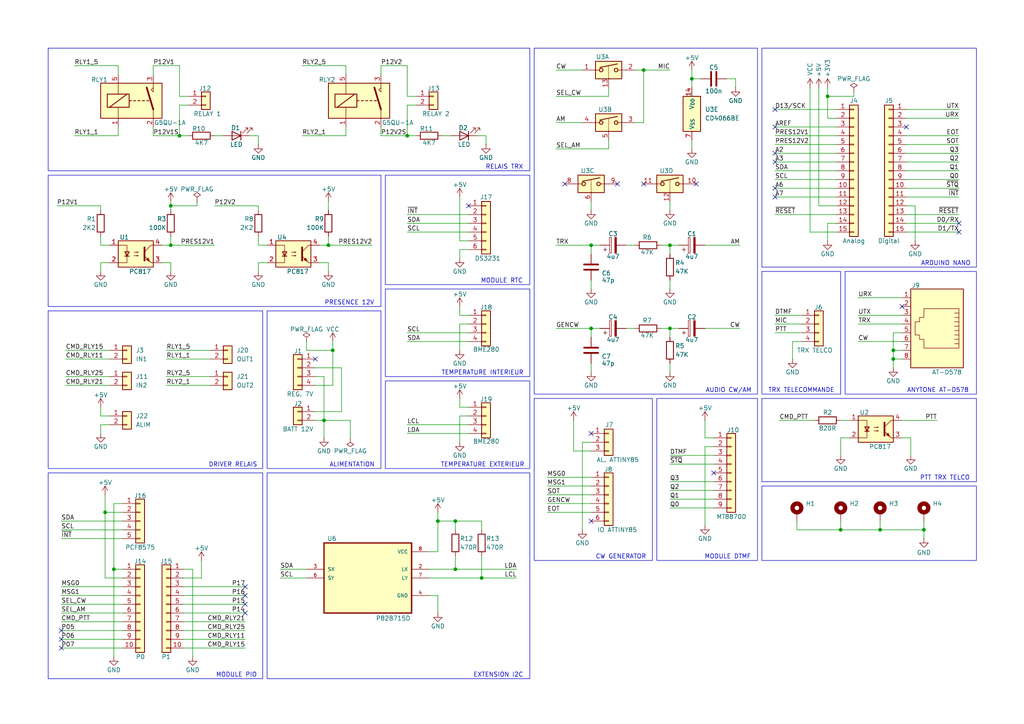
<source format=kicad_sch>
(kicad_sch (version 20250114) (generator "eeschema") (generator_version "9.0")
  (paper "A4")
  (title_block (title "Interface DTMF Remote AT-D578") (date "2025-09-17") (rev "1B") (company "F1ZIC - Nicolas F4ISE"))
  (rectangle (start 111.76 110.49) (end 153.67 135.89))
  (rectangle (start 154.94 115.57) (end 189.23 162.56))
  (rectangle (start 154.94 13.97) (end 219.71 114.3))
  (rectangle (start 13.97 90.17) (end 76.2 135.89))
  (rectangle (start 245.11 78.74) (end 283.21 114.3))
  (rectangle (start 111.76 50.8) (end 153.67 82.55))
  (rectangle (start 220.98 13.97) (end 283.21 77.47))
  (rectangle (start 111.76 83.82) (end 153.67 109.22))
  (rectangle (start 13.97 137.16) (end 76.2 196.85))
  (rectangle (start 190.5 115.57) (end 219.71 162.56))
  (rectangle (start 77.47 137.16) (end 153.67 196.85))
  (rectangle (start 220.98 140.97) (end 283.21 162.56))
  (rectangle (start 77.47 90.17) (end 110.49 135.89))
  (rectangle (start 13.97 50.8) (end 110.49 88.9))
  (rectangle (start 13.97 13.97) (end 153.67 49.53))
  (rectangle (start 220.98 115.57) (end 283.21 139.7))
  (rectangle (start 220.98 78.74) (end 243.84 114.3))
  (text "ALIMENTATION" (at 102.108 134.874 0) (effects (font (size 1.27 1.27))))
  (text "ARDUINO NANO" (at 274.32 76.454 0) (effects (font (size 1.27 1.27))))
  (text "AUDIO CW/AM" (at 211.328 113.284 0) (effects (font (size 1.27 1.27))))
  (text "DRIVER RELAIS" (at 67.564 134.874 0) (effects (font (size 1.27 1.27))))
  (text "TEMPERATURE EXTERIEUR" (at 139.954 134.874 0) (effects (font (size 1.27 1.27))))
  (text "ANYTONE AT-D578" (at 272.034 113.284 0) (effects (font (size 1.27 1.27))))
  (text "TEMPERATURE INTERIEUR" (at 139.954 108.204 0) (effects (font (size 1.27 1.27))))
  (text "TRX TELECOMMANDE" (at 232.41 113.284 0) (effects (font (size 1.27 1.27))))
  (text "MODULE DTMF" (at 211.074 161.544 0) (effects (font (size 1.27 1.27))))
  (text "MODULE RTC" (at 145.542 81.534 0) (effects (font (size 1.27 1.27))))
  (text "EXTENSION I2C" (at 144.526 195.834 0) (effects (font (size 1.27 1.27))))
  (text "PRESENCE 12V" (at 101.346 87.884 0) (effects (font (size 1.27 1.27))))
  (text "PTT TRX TELCO" (at 274.066 138.684 0) (effects (font (size 1.27 1.27))))
  (text "RELAIS TRX" (at 146.304 48.514 0) (effects (font (size 1.27 1.27))))
  (text "CW GENERATOR" (at 180.086 161.544 0) (effects (font (size 1.27 1.27))))
  (text "MODULE PIO" (at 68.58 195.834 0) (effects (font (size 1.27 1.27))))
  (junction (at 243.84 153.67))
  (junction (at 49.53 59.69))
  (junction (at 52.07 39.37))
  (junction (at 127 151.13))
  (junction (at 96.52 101.6))
  (junction (at 93.98 121.92))
  (junction (at 132.08 151.13))
  (junction (at 259.08 104.14))
  (junction (at 132.08 165.1))
  (junction (at 49.53 71.12))
  (junction (at 255.27 153.67))
  (junction (at 139.7 167.64))
  (junction (at 95.25 71.12))
  (junction (at 118.11 39.37))
  (junction (at 33.02 165.1))
  (junction (at 194.31 71.12))
  (junction (at 30.48 148.59))
  (junction (at 267.97 153.67))
  (junction (at 171.45 71.12))
  (junction (at 259.08 101.6))
  (junction (at 194.31 95.25))
  (junction (at 171.45 95.25))
  (junction (at 240.03 27.94))
  (junction (at 200.66 22.86))
  (junction (at 186.69 20.32))
  (no_connect (at 171.45 151.13))
  (no_connect (at 278.13 64.77))
  (no_connect (at 261.62 88.9))
  (no_connect (at 135.89 59.69))
  (no_connect (at 278.13 67.31))
  (no_connect (at 224.79 46.99))
  (no_connect (at 224.79 31.75))
  (no_connect (at 262.89 36.83))
  (no_connect (at 224.79 57.15))
  (no_connect (at 71.12 177.8))
  (no_connect (at 186.69 53.34))
  (no_connect (at 163.83 53.34))
  (no_connect (at 17.78 187.96))
  (no_connect (at 224.79 44.45))
  (no_connect (at 71.12 172.72))
  (no_connect (at 207.01 137.16))
  (no_connect (at 71.12 175.26))
  (no_connect (at 224.79 36.83))
  (no_connect (at 71.12 170.18))
  (no_connect (at 17.78 185.42))
  (no_connect (at 201.93 53.34))
  (no_connect (at 179.07 53.34))
  (no_connect (at 224.79 54.61))
  (no_connect (at 91.44 104.14))
  (no_connect (at 17.78 182.88))
  (no_connect (at 171.45 125.73))
  (wire (pts (xy 262.89 64.77) (xy 278.13 64.77)))
  (wire (pts (xy 49.53 58.42) (xy 49.53 59.69)))
  (wire (pts (xy 49.53 68.58) (xy 49.53 71.12)))
  (wire (pts (xy 264.16 127) (xy 264.16 132.08)))
  (wire (pts (xy 91.44 109.22) (xy 93.98 109.22)))
  (wire (pts (xy 49.53 76.2) (xy 46.99 76.2)))
  (wire (pts (xy 133.35 120.65) (xy 133.35 128.27)))
  (wire (pts (xy 242.57 34.29) (xy 240.03 34.29)))
  (wire (pts (xy 44.45 36.83) (xy 44.45 39.37)))
  (wire (pts (xy 138.43 39.37) (xy 140.97 39.37)))
  (wire (pts (xy 124.46 165.1) (xy 132.08 165.1)))
  (wire (pts (xy 194.31 147.32) (xy 207.01 147.32)))
  (wire (pts (xy 95.25 58.42) (xy 95.25 60.96)))
  (wire (pts (xy 44.45 39.37) (xy 52.07 39.37)))
  (wire (pts (xy 33.02 165.1) (xy 35.56 165.1)))
  (wire (pts (xy 261.62 96.52) (xy 259.08 96.52)))
  (wire (pts (xy 168.91 128.27) (xy 168.91 153.67)))
  (wire (pts (xy 95.25 78.74) (xy 95.25 76.2)))
  (wire (pts (xy 62.23 39.37) (xy 64.77 39.37)))
  (wire (pts (xy 118.11 125.73) (xy 135.89 125.73)))
  (wire (pts (xy 261.62 121.92) (xy 271.78 121.92)))
  (wire (pts (xy 132.08 151.13) (xy 132.08 153.67)))
  (wire (pts (xy 62.23 59.69) (xy 74.93 59.69)))
  (wire (pts (xy 224.79 41.91) (xy 242.57 41.91)))
  (wire (pts (xy 184.15 35.56) (xy 186.69 35.56)))
  (wire (pts (xy 57.15 58.42) (xy 57.15 59.69)))
  (wire (pts (xy 110.49 19.05) (xy 110.49 21.59)))
  (wire (pts (xy 158.75 146.05) (xy 171.45 146.05)))
  (wire (pts (xy 255.27 153.67) (xy 267.97 153.67)))
  (wire (pts (xy 17.78 177.8) (xy 35.56 177.8)))
  (wire (pts (xy 261.62 104.14) (xy 259.08 104.14)))
  (wire (pts (xy 161.29 27.94) (xy 176.53 27.94)))
  (wire (pts (xy 132.08 165.1) (xy 149.86 165.1)))
  (wire (pts (xy 194.31 58.42) (xy 194.31 60.96)))
  (wire (pts (xy 95.25 68.58) (xy 95.25 71.12)))
  (wire (pts (xy 17.78 187.96) (xy 35.56 187.96)))
  (wire (pts (xy 259.08 101.6) (xy 259.08 104.14)))
  (wire (pts (xy 17.78 151.13) (xy 35.56 151.13)))
  (wire (pts (xy 259.08 101.6) (xy 261.62 101.6)))
  (wire (pts (xy 132.08 161.29) (xy 132.08 165.1)))
  (wire (pts (xy 48.26 101.6) (xy 60.96 101.6)))
  (wire (pts (xy 161.29 35.56) (xy 168.91 35.56)))
  (wire (pts (xy 207.01 129.54) (xy 204.47 129.54)))
  (wire (pts (xy 77.47 76.2) (xy 74.93 76.2)))
  (wire (pts (xy 224.79 49.53) (xy 242.57 49.53)))
  (wire (pts (xy 173.99 95.25) (xy 171.45 95.25)))
  (wire (pts (xy 35.56 167.64) (xy 30.48 167.64)))
  (wire (pts (xy 128.27 39.37) (xy 130.81 39.37)))
  (wire (pts (xy 237.49 25.4) (xy 237.49 59.69)))
  (wire (pts (xy 242.57 59.69) (xy 237.49 59.69)))
  (wire (pts (xy 35.56 146.05) (xy 33.02 146.05)))
  (wire (pts (xy 124.46 167.64) (xy 139.7 167.64)))
  (wire (pts (xy 158.75 138.43) (xy 171.45 138.43)))
  (wire (pts (xy 74.93 68.58) (xy 74.93 71.12)))
  (wire (pts (xy 52.07 39.37) (xy 54.61 39.37)))
  (wire (pts (xy 158.75 140.97) (xy 171.45 140.97)))
  (wire (pts (xy 49.53 71.12) (xy 46.99 71.12)))
  (wire (pts (xy 93.98 121.92) (xy 93.98 127)))
  (wire (pts (xy 31.75 71.12) (xy 29.21 71.12)))
  (wire (pts (xy 74.93 39.37) (xy 74.93 41.91)))
  (wire (pts (xy 158.75 148.59) (xy 171.45 148.59)))
  (wire (pts (xy 55.88 165.1) (xy 55.88 190.5)))
  (wire (pts (xy 21.59 19.05) (xy 34.29 19.05)))
  (wire (pts (xy 48.26 111.76) (xy 60.96 111.76)))
  (wire (pts (xy 33.02 146.05) (xy 33.02 165.1)))
  (wire (pts (xy 240.03 27.94) (xy 240.03 34.29)))
  (wire (pts (xy 133.35 118.11) (xy 135.89 118.11)))
  (wire (pts (xy 224.79 96.52) (xy 232.41 96.52)))
  (wire (pts (xy 21.59 39.37) (xy 34.29 39.37)))
  (wire (pts (xy 132.08 151.13) (xy 139.7 151.13)))
  (wire (pts (xy 53.34 185.42) (xy 71.12 185.42)))
  (wire (pts (xy 53.34 187.96) (xy 71.12 187.96)))
  (wire (pts (xy 259.08 104.14) (xy 259.08 106.68)))
  (wire (pts (xy 200.66 40.64) (xy 200.66 43.18)))
  (wire (pts (xy 118.11 19.05) (xy 118.11 27.94)))
  (wire (pts (xy 262.89 57.15) (xy 278.13 57.15)))
  (wire (pts (xy 54.61 30.48) (xy 52.07 30.48)))
  (wire (pts (xy 226.06 121.92) (xy 236.22 121.92)))
  (wire (pts (xy 186.69 35.56) (xy 186.69 20.32)))
  (wire (pts (xy 191.77 71.12) (xy 194.31 71.12)))
  (wire (pts (xy 30.48 148.59) (xy 30.48 143.51)))
  (wire (pts (xy 171.45 71.12) (xy 173.99 71.12)))
  (wire (pts (xy 247.65 27.94) (xy 240.03 27.94)))
  (wire (pts (xy 124.46 172.72) (xy 127 172.72)))
  (wire (pts (xy 118.11 96.52) (xy 135.89 96.52)))
  (wire (pts (xy 158.75 143.51) (xy 171.45 143.51)))
  (wire (pts (xy 248.92 99.06) (xy 261.62 99.06)))
  (wire (pts (xy 87.63 19.05) (xy 100.33 19.05)))
  (wire (pts (xy 262.89 62.23) (xy 278.13 62.23)))
  (wire (pts (xy 262.89 41.91) (xy 278.13 41.91)))
  (wire (pts (xy 53.34 170.18) (xy 71.12 170.18)))
  (wire (pts (xy 30.48 167.64) (xy 30.48 148.59)))
  (wire (pts (xy 261.62 127) (xy 264.16 127)))
  (wire (pts (xy 166.37 130.81) (xy 166.37 121.92)))
  (wire (pts (xy 262.89 54.61) (xy 278.13 54.61)))
  (wire (pts (xy 17.78 172.72) (xy 35.56 172.72)))
  (wire (pts (xy 110.49 39.37) (xy 118.11 39.37)))
  (wire (pts (xy 224.79 39.37) (xy 242.57 39.37)))
  (wire (pts (xy 171.45 130.81) (xy 166.37 130.81)))
  (wire (pts (xy 49.53 59.69) (xy 49.53 60.96)))
  (wire (pts (xy 262.89 44.45) (xy 278.13 44.45)))
  (wire (pts (xy 194.31 142.24) (xy 207.01 142.24)))
  (wire (pts (xy 29.21 68.58) (xy 29.21 71.12)))
  (wire (pts (xy 133.35 69.85) (xy 133.35 57.15)))
  (wire (pts (xy 16.51 59.69) (xy 29.21 59.69)))
  (wire (pts (xy 48.26 104.14) (xy 60.96 104.14)))
  (wire (pts (xy 53.34 167.64) (xy 58.42 167.64)))
  (wire (pts (xy 243.84 153.67) (xy 243.84 151.13)))
  (wire (pts (xy 127 160.02) (xy 127 151.13)))
  (wire (pts (xy 191.77 95.25) (xy 194.31 95.25)))
  (wire (pts (xy 135.89 69.85) (xy 133.35 69.85)))
  (wire (pts (xy 248.92 93.98) (xy 261.62 93.98)))
  (wire (pts (xy 29.21 76.2) (xy 29.21 78.74)))
  (wire (pts (xy 93.98 121.92) (xy 101.6 121.92)))
  (wire (pts (xy 77.47 71.12) (xy 74.93 71.12)))
  (wire (pts (xy 248.92 86.36) (xy 261.62 86.36)))
  (wire (pts (xy 243.84 127) (xy 243.84 132.08)))
  (wire (pts (xy 127 172.72) (xy 127 177.8)))
  (wire (pts (xy 139.7 167.64) (xy 149.86 167.64)))
  (wire (pts (xy 100.33 19.05) (xy 100.33 21.59)))
  (wire (pts (xy 93.98 109.22) (xy 93.98 121.92)))
  (wire (pts (xy 17.78 185.42) (xy 35.56 185.42)))
  (wire (pts (xy 194.31 95.25) (xy 196.85 95.25)))
  (wire (pts (xy 204.47 71.12) (xy 214.63 71.12)))
  (wire (pts (xy 161.29 43.18) (xy 176.53 43.18)))
  (wire (pts (xy 248.92 91.44) (xy 261.62 91.44)))
  (wire (pts (xy 31.75 120.65) (xy 29.21 120.65)))
  (wire (pts (xy 171.45 105.41) (xy 171.45 107.95)))
  (wire (pts (xy 247.65 26.67) (xy 247.65 27.94)))
  (wire (pts (xy 118.11 39.37) (xy 120.65 39.37)))
  (wire (pts (xy 171.45 58.42) (xy 171.45 60.96)))
  (wire (pts (xy 194.31 144.78) (xy 207.01 144.78)))
  (wire (pts (xy 19.05 104.14) (xy 31.75 104.14)))
  (wire (pts (xy 49.53 78.74) (xy 49.53 76.2)))
  (wire (pts (xy 133.35 72.39) (xy 133.35 74.93)))
  (wire (pts (xy 29.21 120.65) (xy 29.21 118.11)))
  (wire (pts (xy 224.79 36.83) (xy 242.57 36.83)))
  (wire (pts (xy 161.29 20.32) (xy 168.91 20.32)))
  (wire (pts (xy 118.11 62.23) (xy 135.89 62.23)))
  (wire (pts (xy 57.15 59.69) (xy 49.53 59.69)))
  (wire (pts (xy 176.53 25.4) (xy 176.53 27.94)))
  (wire (pts (xy 35.56 148.59) (xy 30.48 148.59)))
  (wire (pts (xy 53.34 180.34) (xy 71.12 180.34)))
  (wire (pts (xy 262.89 49.53) (xy 278.13 49.53)))
  (wire (pts (xy 49.53 71.12) (xy 62.23 71.12)))
  (wire (pts (xy 17.78 182.88) (xy 35.56 182.88)))
  (wire (pts (xy 213.36 22.86) (xy 213.36 25.4)))
  (wire (pts (xy 240.03 25.4) (xy 240.03 27.94)))
  (wire (pts (xy 262.89 59.69) (xy 265.43 59.69)))
  (wire (pts (xy 74.93 76.2) (xy 74.93 78.74)))
  (wire (pts (xy 95.25 71.12) (xy 92.71 71.12)))
  (wire (pts (xy 171.45 73.66) (xy 171.45 71.12)))
  (wire (pts (xy 33.02 165.1) (xy 33.02 190.5)))
  (wire (pts (xy 262.89 31.75) (xy 278.13 31.75)))
  (wire (pts (xy 234.95 25.4) (xy 234.95 67.31)))
  (wire (pts (xy 242.57 67.31) (xy 234.95 67.31)))
  (wire (pts (xy 135.89 72.39) (xy 133.35 72.39)))
  (wire (pts (xy 139.7 161.29) (xy 139.7 167.64)))
  (wire (pts (xy 139.7 151.13) (xy 139.7 153.67)))
  (wire (pts (xy 224.79 62.23) (xy 242.57 62.23)))
  (wire (pts (xy 17.78 175.26) (xy 35.56 175.26)))
  (wire (pts (xy 118.11 27.94) (xy 120.65 27.94)))
  (wire (pts (xy 262.89 46.99) (xy 278.13 46.99)))
  (wire (pts (xy 262.89 52.07) (xy 278.13 52.07)))
  (wire (pts (xy 243.84 153.67) (xy 255.27 153.67)))
  (wire (pts (xy 34.29 36.83) (xy 34.29 39.37)))
  (wire (pts (xy 19.05 101.6) (xy 31.75 101.6)))
  (wire (pts (xy 52.07 27.94) (xy 54.61 27.94)))
  (wire (pts (xy 133.35 91.44) (xy 135.89 91.44)))
  (wire (pts (xy 194.31 95.25) (xy 194.31 97.79)))
  (wire (pts (xy 135.89 93.98) (xy 133.35 93.98)))
  (wire (pts (xy 194.31 71.12) (xy 194.31 73.66)))
  (wire (pts (xy 52.07 19.05) (xy 44.45 19.05)))
  (wire (pts (xy 17.78 153.67) (xy 35.56 153.67)))
  (wire (pts (xy 194.31 81.28) (xy 194.31 83.82)))
  (wire (pts (xy 96.52 111.76) (xy 96.52 101.6)))
  (wire (pts (xy 120.65 30.48) (xy 118.11 30.48)))
  (wire (pts (xy 171.45 81.28) (xy 171.45 83.82)))
  (wire (pts (xy 44.45 19.05) (xy 44.45 21.59)))
  (wire (pts (xy 96.52 101.6) (xy 96.52 99.06)))
  (wire (pts (xy 224.79 46.99) (xy 242.57 46.99)))
  (wire (pts (xy 224.79 93.98) (xy 232.41 93.98)))
  (wire (pts (xy 29.21 123.19) (xy 29.21 125.73)))
  (wire (pts (xy 17.78 156.21) (xy 35.56 156.21)))
  (wire (pts (xy 81.28 167.64) (xy 88.9 167.64)))
  (wire (pts (xy 224.79 91.44) (xy 232.41 91.44)))
  (wire (pts (xy 53.34 177.8) (xy 71.12 177.8)))
  (wire (pts (xy 181.61 95.25) (xy 184.15 95.25)))
  (wire (pts (xy 200.66 22.86) (xy 203.2 22.86)))
  (wire (pts (xy 224.79 31.75) (xy 242.57 31.75)))
  (wire (pts (xy 133.35 88.9) (xy 133.35 91.44)))
  (wire (pts (xy 53.34 182.88) (xy 71.12 182.88)))
  (wire (pts (xy 204.47 129.54) (xy 204.47 152.4)))
  (wire (pts (xy 194.31 20.32) (xy 186.69 20.32)))
  (wire (pts (xy 52.07 19.05) (xy 52.07 27.94)))
  (wire (pts (xy 229.87 99.06) (xy 229.87 104.14)))
  (wire (pts (xy 194.31 134.62) (xy 207.01 134.62)))
  (wire (pts (xy 110.49 36.83) (xy 110.49 39.37)))
  (wire (pts (xy 194.31 132.08) (xy 207.01 132.08)))
  (wire (pts (xy 161.29 95.25) (xy 171.45 95.25)))
  (wire (pts (xy 194.31 71.12) (xy 196.85 71.12)))
  (wire (pts (xy 200.66 20.32) (xy 200.66 22.86)))
  (wire (pts (xy 99.06 119.38) (xy 91.44 119.38)))
  (wire (pts (xy 224.79 57.15) (xy 242.57 57.15)))
  (wire (pts (xy 224.79 52.07) (xy 242.57 52.07)))
  (wire (pts (xy 19.05 111.76) (xy 31.75 111.76)))
  (wire (pts (xy 171.45 97.79) (xy 171.45 95.25)))
  (wire (pts (xy 53.34 175.26) (xy 71.12 175.26)))
  (wire (pts (xy 210.82 22.86) (xy 213.36 22.86)))
  (wire (pts (xy 118.11 30.48) (xy 118.11 39.37)))
  (wire (pts (xy 74.93 59.69) (xy 74.93 60.96)))
  (wire (pts (xy 243.84 121.92) (xy 246.38 121.92)))
  (wire (pts (xy 255.27 153.67) (xy 255.27 151.13)))
  (wire (pts (xy 99.06 106.68) (xy 99.06 119.38)))
  (wire (pts (xy 204.47 95.25) (xy 214.63 95.25)))
  (wire (pts (xy 140.97 39.37) (xy 140.97 41.91)))
  (wire (pts (xy 35.56 180.34) (xy 17.78 180.34)))
  (wire (pts (xy 262.89 39.37) (xy 278.13 39.37)))
  (wire (pts (xy 101.6 121.92) (xy 101.6 127)))
  (wire (pts (xy 88.9 99.06) (xy 88.9 101.6)))
  (wire (pts (xy 194.31 105.41) (xy 194.31 107.95)))
  (wire (pts (xy 91.44 106.68) (xy 99.06 106.68)))
  (wire (pts (xy 100.33 36.83) (xy 100.33 39.37)))
  (wire (pts (xy 93.98 121.92) (xy 91.44 121.92)))
  (wire (pts (xy 81.28 165.1) (xy 88.9 165.1)))
  (wire (pts (xy 265.43 59.69) (xy 265.43 69.85)))
  (wire (pts (xy 19.05 109.22) (xy 31.75 109.22)))
  (wire (pts (xy 231.14 153.67) (xy 231.14 151.13)))
  (wire (pts (xy 127 151.13) (xy 132.08 151.13)))
  (wire (pts (xy 58.42 167.64) (xy 58.42 162.56)))
  (wire (pts (xy 31.75 123.19) (xy 29.21 123.19)))
  (wire (pts (xy 133.35 115.57) (xy 133.35 118.11)))
  (wire (pts (xy 231.14 153.67) (xy 243.84 153.67)))
  (wire (pts (xy 124.46 160.02) (xy 127 160.02)))
  (wire (pts (xy 17.78 170.18) (xy 35.56 170.18)))
  (wire (pts (xy 262.89 67.31) (xy 278.13 67.31)))
  (wire (pts (xy 29.21 59.69) (xy 29.21 60.96)))
  (wire (pts (xy 259.08 96.52) (xy 259.08 101.6)))
  (wire (pts (xy 171.45 128.27) (xy 168.91 128.27)))
  (wire (pts (xy 181.61 71.12) (xy 184.15 71.12)))
  (wire (pts (xy 186.69 20.32) (xy 184.15 20.32)))
  (wire (pts (xy 91.44 111.76) (xy 96.52 111.76)))
  (wire (pts (xy 34.29 19.05) (xy 34.29 21.59)))
  (wire (pts (xy 224.79 54.61) (xy 242.57 54.61)))
  (wire (pts (xy 53.34 172.72) (xy 71.12 172.72)))
  (wire (pts (xy 31.75 76.2) (xy 29.21 76.2)))
  (wire (pts (xy 267.97 153.67) (xy 267.97 151.13)))
  (wire (pts (xy 95.25 76.2) (xy 92.71 76.2)))
  (wire (pts (xy 176.53 40.64) (xy 176.53 43.18)))
  (wire (pts (xy 133.35 93.98) (xy 133.35 101.6)))
  (wire (pts (xy 118.11 19.05) (xy 110.49 19.05)))
  (wire (pts (xy 200.66 22.86) (xy 200.66 25.4)))
  (wire (pts (xy 135.89 120.65) (xy 133.35 120.65)))
  (wire (pts (xy 87.63 39.37) (xy 100.33 39.37)))
  (wire (pts (xy 127 151.13) (xy 127 148.59)))
  (wire (pts (xy 224.79 44.45) (xy 242.57 44.45)))
  (wire (pts (xy 118.11 123.19) (xy 135.89 123.19)))
  (wire (pts (xy 194.31 139.7) (xy 207.01 139.7)))
  (wire (pts (xy 52.07 30.48) (xy 52.07 39.37)))
  (wire (pts (xy 95.25 71.12) (xy 107.95 71.12)))
  (wire (pts (xy 204.47 121.92) (xy 204.47 127)))
  (wire (pts (xy 118.11 64.77) (xy 135.89 64.77)))
  (wire (pts (xy 240.03 64.77) (xy 240.03 69.85)))
  (wire (pts (xy 242.57 64.77) (xy 240.03 64.77)))
  (wire (pts (xy 161.29 71.12) (xy 171.45 71.12)))
  (wire (pts (xy 118.11 99.06) (xy 135.89 99.06)))
  (wire (pts (xy 246.38 127) (xy 243.84 127)))
  (wire (pts (xy 232.41 99.06) (xy 229.87 99.06)))
  (wire (pts (xy 53.34 165.1) (xy 55.88 165.1)))
  (wire (pts (xy 88.9 101.6) (xy 96.52 101.6)))
  (wire (pts (xy 48.26 109.22) (xy 60.96 109.22)))
  (wire (pts (xy 204.47 127) (xy 207.01 127)))
  (wire (pts (xy 118.11 67.31) (xy 135.89 67.31)))
  (wire (pts (xy 267.97 153.67) (xy 267.97 156.21)))
  (wire (pts (xy 72.39 39.37) (xy 74.93 39.37)))
  (wire (pts (xy 262.89 34.29) (xy 278.13 34.29)))
  (label "GENCW" (at 158.75 146.05 0))
  (label "Q0" (at 278.13 52.07 180))
  (label "SCL" (at 118.11 67.31 0))
  (label "P17" (at 71.12 170.18 180))
  (label "SDA" (at 17.78 151.13 0))
  (label "Q1" (at 278.13 49.53 180))
  (label "GENCW" (at 161.29 95.25 0))
  (label "RLY1_5" (at 48.26 101.6 0))
  (label "~{INT}" (at 118.11 62.23 0))
  (label "CMD_RLY25" (at 19.05 109.22 0))
  (label "RLY1_1" (at 48.26 104.14 0))
  (label "CMD_RLY15" (at 71.12 187.96 180))
  (label "Q3" (at 278.13 44.45 180))
  (label "AM" (at 214.63 71.12 180))
  (label "CMD_PTT" (at 226.06 121.92 0))
  (label "Q0" (at 194.31 147.32 0))
  (label "A2" (at 224.79 44.45 0))
  (label "Q2" (at 194.31 142.24 0))
  (label "PTT" (at 271.78 121.92 180))
  (label "P16" (at 71.12 172.72 180))
  (label "PRES12V2" (at 107.95 71.12 180))
  (label "D13{slash}SCK" (at 224.79 31.75 0))
  (label "P12V1" (at 16.51 59.69 0))
  (label "SCL" (at 17.78 153.67 0))
  (label "MSG1" (at 158.75 140.97 0))
  (label "A7" (at 224.79 57.15 0))
  (label "MSG0" (at 17.78 170.18 0))
  (label "CMD_RLY11" (at 71.12 185.42 180))
  (label "Q2" (at 278.13 46.99 180))
  (label "SDA" (at 81.28 165.1 0))
  (label "CMD_RLY15" (at 19.05 101.6 0))
  (label "P12V2S" (at 110.49 39.37 0))
  (label "URX" (at 278.13 34.29 180))
  (label "DTMF" (at 224.79 91.44 0))
  (label "RLY1_1" (at 21.59 39.37 0))
  (label "PRES12V1" (at 224.79 39.37 0))
  (label "SEL_CW" (at 17.78 175.26 0))
  (label "MIC" (at 194.31 20.32 180))
  (label "~{INT}" (at 278.13 57.15 180))
  (label "LDA" (at 149.86 165.1 180))
  (label "~{STQ}" (at 194.31 134.62 0))
  (label "RLY2_5" (at 87.63 19.05 0))
  (label "SDA" (at 224.79 49.53 0))
  (label "P07" (at 17.78 187.96 0))
  (label "MIC" (at 224.79 93.98 0))
  (label "TRX" (at 248.92 93.98 0))
  (label "SCL" (at 224.79 52.07 0))
  (label "CMD_RLY21" (at 19.05 111.76 0))
  (label "PRES12V1" (at 62.23 71.12 180))
  (label "~{STQ}" (at 278.13 54.61 180))
  (label "Q1" (at 194.31 144.78 0))
  (label "CMD_RLY25" (at 71.12 182.88 180))
  (label "CW" (at 248.92 99.06 0))
  (label "MSG1" (at 17.78 172.72 0))
  (label "P12V2" (at 62.23 59.69 0))
  (label "CW" (at 161.29 20.32 0))
  (label "RLY1_5" (at 21.59 19.05 0))
  (label "P14" (at 71.12 177.8 180))
  (label "~{RESET}" (at 278.13 62.23 180))
  (label "~{RESET}" (at 224.79 62.23 0))
  (label "CMD_RLY21" (at 71.12 180.34 180))
  (label "A6" (at 224.79 54.61 0))
  (label "SEL_AM" (at 161.29 43.18 0))
  (label "MSG0" (at 158.75 138.43 0))
  (label "P15" (at 71.12 175.26 180))
  (label "A3" (at 224.79 46.99 0))
  (label "RLY2_1" (at 87.63 39.37 0))
  (label "UTX" (at 248.92 91.44 0))
  (label "SEL_AM" (at 17.78 177.8 0))
  (label "EOT" (at 278.13 39.37 180))
  (label "LDA" (at 118.11 125.73 0))
  (label "URX" (at 248.92 86.36 0))
  (label "LCL" (at 118.11 123.19 0))
  (label "RLY2_5" (at 48.26 109.22 0))
  (label "SCL" (at 81.28 167.64 0))
  (label "P12V2" (at 110.49 19.05 0))
  (label "SDA" (at 118.11 64.77 0))
  (label "P06" (at 17.78 185.42 0))
  (label "SOT" (at 278.13 41.91 180))
  (label "D1{slash}TX" (at 278.13 67.31 180))
  (label "SCL" (at 118.11 96.52 0))
  (label "Q3" (at 194.31 139.7 0))
  (label "D0{slash}RX" (at 278.13 64.77 180))
  (label "PRES12V2" (at 224.79 41.91 0))
  (label "PTT" (at 224.79 96.52 0))
  (label "P12V1" (at 44.45 19.05 0))
  (label "CMD_RLY11" (at 19.05 104.14 0))
  (label "AREF" (at 224.79 36.83 0))
  (label "TRX" (at 161.29 71.12 0))
  (label "P12V1S" (at 44.45 39.37 0))
  (label "SEL_CW" (at 161.29 27.94 0))
  (label "EOT" (at 158.75 148.59 0))
  (label "~{INT}" (at 17.78 156.21 0))
  (label "P05" (at 17.78 182.88 0))
  (label "CW" (at 214.63 95.25 180))
  (label "LCL" (at 149.86 167.64 180))
  (label "AM" (at 161.29 35.56 0))
  (label "UTX" (at 278.13 31.75 180))
  (label "RLY2_1" (at 48.26 111.76 0))
  (label "DTMF" (at 194.31 132.08 0))
  (label "SOT" (at 158.75 143.51 0))
  (label "SDA" (at 118.11 99.06 0))
  (label "CMD_PTT" (at 17.78 180.34 0))
  (symbol (lib_id "Connector_Generic:Conn_01x15") (at 247.65 49.53 0) (unit 1)
    (property "Reference" "J4" (at 247.65 29.21 0))
    (property "Value" "Analog" (at 247.65 69.85 0))
    (property "Footprint" "Connector_PinHeader_2.54mm:PinHeader_1x15_P2.54mm_Vertical" (effects (hide yes)))
  )
  (symbol (lib_id "Connector_Generic:Conn_01x15") (at 257.81 49.53 0) (mirror y) (unit 1)
    (property "Reference" "J5" (at 257.81 29.21 0))
    (property "Value" "Digital" (at 257.81 69.85 0))
    (property "Footprint" "Connector_PinHeader_2.54mm:PinHeader_1x15_P2.54mm_Vertical" (effects (hide yes)))
  )
  (symbol (lib_id "Analog_Switch:CD4066BE") (at 176.53 20.32 0) (unit 1)
    (property "Reference" "U3" (at 174.752 16.51 0))
    (property "Value" "CD4066BE" (effects (hide yes)))
    (property "Footprint" "Package_DIP:DIP-14_W7.62mm" (effects (hide yes)))
    (property "Datasheet" "https://www.ti.com/lit/ds/symlink/cd4066b.pdf" (effects (hide yes)))
    (property "Description" "Quad 20V analog SPST 1:1 switch, DIP-14" (effects (hide yes)))
  )
  (symbol (lib_id "Connector_Generic:Conn_01x10") (at 48.26 175.26 0) (mirror y) (unit 1)
    (property "Reference" "J15" (at 50.038 162.814 0) (effects (justify left)))
    (property "Value" "P1" (at 49.53 190.5 0) (effects (justify left)))
    (property "Footprint" "Connector_PinHeader_2.54mm:PinHeader_1x10_P2.54mm_Vertical" (effects (hide yes)))
    (property "Description" "Generic connector, single row, 01x10, script generated (kicad-library-utils/schlib/autogen/connector/)" (effects (hide yes)))
  )
  (symbol (lib_id "Connector_Generic:Conn_01x02") (at 125.73 27.94 0) (unit 1)
    (property "Reference" "J13" (at 123.952 25.654 0) (effects (justify left)))
    (property "Value" "RELAY 2" (at 122.428 33.02 0) (effects (justify left)))
    (property "Footprint" "TerminalBlock:TerminalBlock_MaiXu_MX126-5.0-02P_1x02_P5.00mm" (effects (hide yes)))
    (property "Description" "Generic connector, single row, 01x02, script generated (kicad-library-utils/schlib/autogen/connector/)" (effects (hide yes)))
  )
  (symbol (lib_name "GND_3") (lib_id "power:GND") (at 133.35 101.6 0) (unit 1)
    (property "Reference" "#PWR042" (effects (hide yes)))
    (property "Value" "GND" (at 133.35 105.41 0))
    (property "Description" "Power symbol creates a global label with name \"GND\" , ground" (effects (hide yes)))
  )
  (symbol (lib_name "GND_4") (lib_id "power:GND") (at 171.45 60.96 0) (unit 1)
    (property "Reference" "#PWR030" (effects (hide yes)))
    (property "Value" "GND" (at 171.45 64.77 0))
    (property "Description" "Power symbol creates a global label with name \"GND\" , ground" (effects (hide yes)))
  )
  (symbol (lib_id "Mechanical:MountingHole_Pad") (at 255.27 148.59 0) (unit 1) (in_bom no)
    (property "Reference" "H3" (at 257.81 146.0499 0) (effects (justify left)))
    (property "Value" "MountingHole_Pad" (effects (hide yes)))
    (property "Footprint" "MountingHole:MountingHole_3.2mm_M3_DIN965_Pad" (effects (hide yes)))
    (property "Description" "Mounting Hole with connection" (effects (hide yes)))
  )
  (symbol (lib_name "GND_1") (lib_id "power:GND") (at 171.45 107.95 0) (unit 1)
    (property "Reference" "#PWR018" (effects (hide yes)))
    (property "Value" "GND" (at 171.45 111.76 0))
    (property "Description" "Power symbol creates a global label with name \"GND\" , ground" (effects (hide yes)))
  )
  (symbol (lib_name "+5V_1") (lib_id "power:+5V") (at 30.48 143.51 0) (mirror y) (unit 1)
    (property "Reference" "#PWR040" (effects (hide yes)))
    (property "Value" "+5V" (at 30.48 139.954 0))
    (property "Description" "Power symbol creates a global label with name \"+5V\"" (effects (hide yes)))
  )
  (symbol (lib_id "Analog_Switch:CD4066BE") (at 171.45 53.34 0) (unit 3)
    (property "Reference" "U3" (at 170.434 49.53 0))
    (property "Value" "CD4066BE" (effects (hide yes)))
    (property "Footprint" "Package_DIP:DIP-14_W7.62mm" (effects (hide yes)))
    (property "Datasheet" "https://www.ti.com/lit/ds/symlink/cd4066b.pdf" (effects (hide yes)))
    (property "Description" "Quad 20V analog SPST 1:1 switch, DIP-14" (effects (hide yes)))
  )
  (symbol (lib_id "Device:R") (at 187.96 71.12 90) (unit 1)
    (property "Reference" "R6" (at 187.706 68.834 90))
    (property "Value" "47K" (at 187.706 73.152 90))
    (property "Footprint" "Resistor_THT:R_Axial_DIN0204_L3.6mm_D1.6mm_P7.62mm_Horizontal" (effects (hide yes)))
    (property "Description" "Resistor" (effects (hide yes)))
  )
  (symbol (lib_id "Device:C_Polarized") (at 177.8 95.25 90) (unit 1)
    (property "Reference" "C4" (at 177.8 91.948 90))
    (property "Value" "4u7" (at 177.8 98.552 90))
    (property "Footprint" "Capacitor_THT:CP_Radial_D5.0mm_P2.50mm" (effects (hide yes)))
    (property "Description" "Polarized capacitor" (effects (hide yes)))
  )
  (symbol (lib_name "GND_3") (lib_id "power:GND") (at 168.91 153.67 0) (unit 1)
    (property "Reference" "#PWR022" (effects (hide yes)))
    (property "Value" "GND" (at 168.91 157.48 0))
    (property "Description" "Power symbol creates a global label with name \"GND\" , ground" (effects (hide yes)))
  )
  (symbol (lib_id "Connector_Generic:Conn_01x02") (at 36.83 109.22 0) (unit 1)
    (property "Reference" "J11" (at 39.37 109.2199 0) (effects (justify left)))
    (property "Value" "IN2" (at 39.37 111.7599 0) (effects (justify left)))
    (property "Footprint" "Connector_PinHeader_2.54mm:PinHeader_1x02_P2.54mm_Vertical" (effects (hide yes)))
    (property "Description" "Generic connector, single row, 01x02, script generated (kicad-library-utils/schlib/autogen/connector/)" (effects (hide yes)))
  )
  (symbol (lib_name "GND_3") (lib_id "power:GND") (at 133.35 128.27 0) (unit 1)
    (property "Reference" "#PWR045" (effects (hide yes)))
    (property "Value" "GND" (at 133.35 132.08 0))
    (property "Description" "Power symbol creates a global label with name \"GND\" , ground" (effects (hide yes)))
  )
  (symbol (lib_id "Device:LED") (at 68.58 39.37 180) (unit 1)
    (property "Reference" "D1" (at 68.326 37.084 0))
    (property "Value" "LED" (at 68.58 41.91 0))
    (property "Footprint" "LED_THT:LED_D3.0mm" (effects (hide yes)))
    (property "Description" "Light emitting diode" (effects (hide yes)))
    (property "Sim.Pins" "1=K 2=A" (effects (hide yes)))
  )
  (symbol (lib_name "GND_4") (lib_id "power:GND") (at 229.87 104.14 0) (unit 1)
    (property "Reference" "#PWR020" (effects (hide yes)))
    (property "Value" "GND" (at 229.87 107.95 0))
    (property "Description" "Power symbol creates a global label with name \"GND\" , ground" (effects (hide yes)))
  )
  (symbol (lib_name "GND_1") (lib_id "power:GND") (at 194.31 107.95 0) (unit 1)
    (property "Reference" "#PWR014" (effects (hide yes)))
    (property "Value" "GND" (at 194.31 111.76 0))
    (property "Description" "Power symbol creates a global label with name \"GND\" , ground" (effects (hide yes)))
  )
  (symbol (lib_name "+5V_2") (lib_id "power:+5V") (at 166.37 121.92 0) (unit 1)
    (property "Reference" "#PWR021" (effects (hide yes)))
    (property "Value" "+5V" (at 166.37 118.364 0))
    (property "Description" "Power symbol creates a global label with name \"+5V\"" (effects (hide yes)))
  )
  (symbol (lib_id "power:PWR_FLAG") (at 88.9 99.06 0) (unit 1)
    (property "Reference" "#FLG02" (effects (hide yes)))
    (property "Value" "PWR_FLAG" (at 88.9 95.504 0))
    (property "Description" "Special symbol for telling ERC where power comes from" (effects (hide yes)))
  )
  (symbol (lib_name "+5V_1") (lib_id "power:+5V") (at 133.35 115.57 0) (mirror y) (unit 1)
    (property "Reference" "#PWR044" (effects (hide yes)))
    (property "Value" "+5V" (at 133.35 112.014 0))
    (property "Description" "Power symbol creates a global label with name \"+5V\"" (effects (hide yes)))
  )
  (symbol (lib_id "Device:R") (at 187.96 95.25 90) (unit 1)
    (property "Reference" "R7" (at 187.706 92.964 90))
    (property "Value" "47K" (at 187.706 97.282 90))
    (property "Footprint" "Resistor_THT:R_Axial_DIN0204_L3.6mm_D1.6mm_P7.62mm_Horizontal" (effects (hide yes)))
    (property "Description" "Resistor" (effects (hide yes)))
  )
  (symbol (lib_name "GND_4") (lib_id "power:GND") (at 264.16 132.08 0) (unit 1)
    (property "Reference" "#PWR012" (effects (hide yes)))
    (property "Value" "GND" (at 264.16 135.89 0))
    (property "Description" "Power symbol creates a global label with name \"GND\" , ground" (effects (hide yes)))
  )
  (symbol (lib_id "Relay:G5Q-1A") (at 105.41 29.21 0) (unit 1)
    (property "Reference" "RLY2" (at 92.456 23.114 0) (effects (justify left)))
    (property "Value" "G5QU-1A" (at 110.744 35.56 0) (effects (justify left)))
    (property "Footprint" "Relay_THT:Relay_SPST_Omron-G5Q-1A" (effects (hide yes)))
    (property "Datasheet" "https://www.omron.com/ecb/products/pdf/en-g5q.pdf" (effects (hide yes)))
    (property "Description" "Omron G5Q relay, Miniature Single Pole, SPST-NO, 10A" (effects (hide yes)))
  )
  (symbol (lib_id "P82B715D:P82B715D") (at 106.68 167.64 0) (unit 1)
    (property "Reference" "U6" (at 96.266 156.21 0))
    (property "Value" "P82B715D" (at 114.046 179.324 0))
    (property "Footprint" "Package_DIP:DIP-8_W7.62mm" (effects (hide yes)))
    (property "MF" "Texas Instruments" (effects (hide yes)))
    (property "Description_1" "2-bit bidirectional 3- to 12-V 400-kHz I2C/SMBus buffer/cable extender" (effects (hide yes)))
    (property "Package" "SOIC-8 Texas Instruments" (effects (hide yes)))
    (property "Price" "None" (effects (hide yes)))
    (property "SnapEDA_Link" "https://www.snapeda.com/parts/P82B715D/Texas+Instruments/view-part/?ref=snap" (effects (hide yes)))
    (property "MP" "P82B715D" (effects (hide yes)))
    (property "Availability" "In Stock" (effects (hide yes)))
    (property "Check_prices" "https://www.snapeda.com/parts/P82B715D/Texas+Instruments/view-part/?ref=eda" (effects (hide yes)))
  )
  (symbol (lib_id "Connector_Generic:Conn_01x02") (at 36.83 101.6 0) (unit 1)
    (property "Reference" "J3" (at 39.37 101.5999 0) (effects (justify left)))
    (property "Value" "IN1" (at 39.37 104.1399 0) (effects (justify left)))
    (property "Footprint" "Connector_PinHeader_2.54mm:PinHeader_1x02_P2.54mm_Vertical" (effects (hide yes)))
    (property "Description" "Generic connector, single row, 01x02, script generated (kicad-library-utils/schlib/autogen/connector/)" (effects (hide yes)))
  )
  (symbol (lib_name "+5V_1") (lib_id "power:+5V") (at 58.42 162.56 0) (mirror y) (unit 1)
    (property "Reference" "#PWR041" (effects (hide yes)))
    (property "Value" "+5V" (at 58.42 159.004 0))
    (property "Description" "Power symbol creates a global label with name \"+5V\"" (effects (hide yes)))
  )
  (symbol (lib_name "GND_4") (lib_id "power:GND") (at 267.97 156.21 0) (unit 1)
    (property "Reference" "#PWR05" (effects (hide yes)))
    (property "Value" "GND" (at 267.97 160.274 0))
    (property "Description" "Power symbol creates a global label with name \"GND\" , ground" (effects (hide yes)))
  )
  (symbol (lib_name "+5V_1") (lib_id "power:+5V") (at 133.35 88.9 0) (mirror y) (unit 1)
    (property "Reference" "#PWR043" (effects (hide yes)))
    (property "Value" "+5V" (at 133.35 85.344 0))
    (property "Description" "Power symbol creates a global label with name \"+5V\"" (effects (hide yes)))
  )
  (symbol (lib_name "GND_4") (lib_id "power:GND") (at 265.43 69.85 0) (unit 1)
    (property "Reference" "#PWR08" (effects (hide yes)))
    (property "Value" "GND" (at 265.43 73.66 0))
    (property "Description" "Power symbol creates a global label with name \"GND\" , ground" (effects (hide yes)))
  )
  (symbol (lib_id "Device:R") (at 29.21 64.77 0) (unit 1)
    (property "Reference" "R1" (at 25.146 63.5 0) (effects (justify left)))
    (property "Value" "2K2" (at 23.876 66.04 0) (effects (justify left)))
    (property "Footprint" "Resistor_THT:R_Axial_DIN0204_L3.6mm_D1.6mm_P7.62mm_Horizontal" (effects (hide yes)))
    (property "Description" "Resistor" (effects (hide yes)))
  )
  (symbol (lib_name "GND_4") (lib_id "power:GND") (at 55.88 190.5 0) (unit 1)
    (property "Reference" "#PWR039" (effects (hide yes)))
    (property "Value" "GND" (at 55.88 194.31 0))
    (property "Description" "Power symbol creates a global label with name \"GND\" , ground" (effects (hide yes)))
  )
  (symbol (lib_id "Connector_Generic:Conn_01x05") (at 40.64 151.13 0) (unit 1)
    (property "Reference" "J16" (at 38.862 143.764 0) (effects (justify left)))
    (property "Value" "PCF8575" (at 36.322 158.75 0) (effects (justify left)))
    (property "Footprint" "Connector_PinHeader_2.54mm:PinHeader_1x05_P2.54mm_Vertical" (effects (hide yes)))
    (property "Description" "Generic connector, single row, 01x05, script generated (kicad-library-utils/schlib/autogen/connector/)" (effects (hide yes)))
  )
  (symbol (lib_id "Device:C") (at 207.01 22.86 90) (unit 1)
    (property "Reference" "C5" (at 207.01 19.558 90))
    (property "Value" "100n" (at 207.01 26.416 90))
    (property "Footprint" "Capacitor_THT:C_Rect_L7.0mm_W3.5mm_P5.00mm" (effects (hide yes)))
    (property "Description" "Unpolarized capacitor" (effects (hide yes)))
  )
  (symbol (lib_id "Connector_Generic:Conn_01x03") (at 176.53 128.27 0) (unit 1)
    (property "Reference" "J7" (at 175.514 123.19 0) (effects (justify left)))
    (property "Value" "AL. ATTINY85" (at 172.974 133.35 0) (effects (justify left)))
    (property "Footprint" "Connector_PinHeader_2.54mm:PinHeader_1x03_P2.54mm_Vertical" (effects (hide yes)))
    (property "Description" "Generic connector, single row, 01x03, script generated (kicad-library-utils/schlib/autogen/connector/)" (effects (hide yes)))
  )
  (symbol (lib_name "GND_1") (lib_id "power:GND") (at 204.47 152.4 0) (unit 1)
    (property "Reference" "#PWR025" (effects (hide yes)))
    (property "Value" "GND" (at 204.47 156.21 0))
    (property "Description" "Power symbol creates a global label with name \"GND\" , ground" (effects (hide yes)))
  )
  (symbol (lib_id "Connector_Generic:Conn_01x04") (at 237.49 93.98 0) (unit 1)
    (property "Reference" "J6" (at 236.22 89.154 0) (effects (justify left)))
    (property "Value" "TRX TELCO" (at 231.14 101.6 0) (effects (justify left)))
    (property "Footprint" "Connector_PinHeader_2.54mm:PinHeader_1x04_P2.54mm_Vertical" (effects (hide yes)))
    (property "Description" "Generic connector, single row, 01x04, script generated (kicad-library-utils/schlib/autogen/connector/)" (effects (hide yes)))
  )
  (symbol (lib_name "GND_4") (lib_id "power:GND") (at 74.93 78.74 0) (unit 1)
    (property "Reference" "#PWR027" (effects (hide yes)))
    (property "Value" "GND" (at 74.93 82.55 0))
    (property "Description" "Power symbol creates a global label with name \"GND\" , ground" (effects (hide yes)))
  )
  (symbol (lib_id "Device:C_Polarized") (at 200.66 71.12 90) (unit 1)
    (property "Reference" "C1" (at 200.66 67.818 90))
    (property "Value" "4u7" (at 200.66 74.422 90))
    (property "Footprint" "Capacitor_THT:CP_Radial_D5.0mm_P2.50mm" (effects (hide yes)))
    (property "Description" "Polarized capacitor" (effects (hide yes)))
  )
  (symbol (lib_id "Device:C_Polarized") (at 177.8 71.12 90) (unit 1)
    (property "Reference" "C3" (at 177.8 67.818 90))
    (property "Value" "4u7" (at 177.8 74.422 90))
    (property "Footprint" "Capacitor_THT:CP_Radial_D5.0mm_P2.50mm" (effects (hide yes)))
    (property "Description" "Polarized capacitor" (effects (hide yes)))
  )
  (symbol (lib_name "GND_1") (lib_id "power:GND") (at 171.45 83.82 0) (unit 1)
    (property "Reference" "#PWR017" (effects (hide yes)))
    (property "Value" "GND" (at 171.45 87.63 0))
    (property "Description" "Power symbol creates a global label with name \"GND\" , ground" (effects (hide yes)))
  )
  (symbol (lib_id "Mechanical:MountingHole_Pad") (at 231.14 148.59 0) (unit 1) (in_bom no)
    (property "Reference" "H1" (at 233.68 146.0499 0) (effects (justify left)))
    (property "Value" "MountingHole_Pad" (effects (hide yes)))
    (property "Footprint" "MountingHole:MountingHole_3.2mm_M3_DIN965_Pad" (effects (hide yes)))
    (property "Description" "Mounting Hole with connection" (effects (hide yes)))
  )
  (symbol (lib_id "Device:R") (at 95.25 64.77 0) (unit 1)
    (property "Reference" "R9" (at 93.98 63.5 0) (effects (justify right)))
    (property "Value" "100K" (at 93.98 66.04 0) (effects (justify right)))
    (property "Footprint" "Resistor_THT:R_Axial_DIN0204_L3.6mm_D1.6mm_P7.62mm_Horizontal" (effects (hide yes)))
    (property "Description" "Resistor" (effects (hide yes)))
  )
  (symbol (lib_id "Device:R") (at 194.31 77.47 0) (unit 1)
    (property "Reference" "R4" (at 195.834 76.2 0) (effects (justify left)))
    (property "Value" "47K" (at 195.834 78.74 0) (effects (justify left)))
    (property "Footprint" "Resistor_THT:R_Axial_DIN0204_L3.6mm_D1.6mm_P7.62mm_Horizontal" (effects (hide yes)))
    (property "Description" "Resistor" (effects (hide yes)))
  )
  (symbol (lib_id "power:PWR_FLAG") (at 101.6 127 180) (unit 1)
    (property "Reference" "#FLG01" (effects (hide yes)))
    (property "Value" "PWR_FLAG" (at 101.6 130.81 0))
    (property "Description" "Special symbol for telling ERC where power comes from" (effects (hide yes)))
  )
  (symbol (lib_id "Analog_Switch:CD4066BE") (at 200.66 33.02 0) (unit 5)
    (property "Reference" "U3" (at 204.47 31.7499 0) (effects (justify left)))
    (property "Value" "CD4066BE" (at 204.47 34.2899 0) (effects (justify left)))
    (property "Footprint" "Package_DIP:DIP-14_W7.62mm" (effects (hide yes)))
    (property "Datasheet" "https://www.ti.com/lit/ds/symlink/cd4066b.pdf" (effects (hide yes)))
    (property "Description" "Quad 20V analog SPST 1:1 switch, DIP-14" (effects (hide yes)))
  )
  (symbol (lib_name "+5V_1") (lib_id "power:+5V") (at 133.35 57.15 0) (mirror y) (unit 1)
    (property "Reference" "#PWR037" (effects (hide yes)))
    (property "Value" "+5V" (at 133.35 53.594 0))
    (property "Description" "Power symbol creates a global label with name \"+5V\"" (effects (hide yes)))
  )
  (symbol (lib_id "Connector:RJ45") (at 271.78 93.98 180) (unit 1)
    (property "Reference" "J9" (at 264.414 82.804 0) (effects (justify right)))
    (property "Value" "AT-D578" (at 270.256 107.95 0) (effects (justify right)))
    (property "Footprint" "Connector_RJ:RJ45_Amphenol_54602-x08_Horizontal" (effects (hide yes)))
    (property "Description" "RJ connector, 8P8C (8 positions 8 connected)" (effects (hide yes)))
  )
  (symbol (lib_id "Device:R") (at 132.08 157.48 0) (unit 1)
    (property "Reference" "R12" (at 133.35 156.21 0) (effects (justify left)))
    (property "Value" "470R" (at 133.35 158.75 0) (effects (justify left)))
    (property "Footprint" "Resistor_THT:R_Axial_DIN0204_L3.6mm_D1.6mm_P7.62mm_Horizontal" (effects (hide yes)))
    (property "Description" "Resistor" (effects (hide yes)))
  )
  (symbol (lib_id "Connector_Generic:Conn_01x02") (at 66.04 109.22 0) (unit 1)
    (property "Reference" "J21" (at 68.58 109.2199 0) (effects (justify left)))
    (property "Value" "OUT2" (at 68.58 111.7599 0) (effects (justify left)))
    (property "Footprint" "Connector_PinHeader_2.54mm:PinHeader_1x02_P2.54mm_Vertical" (effects (hide yes)))
    (property "Description" "Generic connector, single row, 01x02, script generated (kicad-library-utils/schlib/autogen/connector/)" (effects (hide yes)))
  )
  (symbol (lib_name "+5V_1") (lib_id "power:+5V") (at 204.47 121.92 0) (unit 1)
    (property "Reference" "#PWR024" (effects (hide yes)))
    (property "Value" "+5V" (at 204.47 118.364 0))
    (property "Description" "Power symbol creates a global label with name \"+5V\"" (effects (hide yes)))
  )
  (symbol (lib_name "VCC_1") (lib_id "power:VCC") (at 96.52 99.06 0) (mirror y) (unit 1)
    (property "Reference" "#PWR03" (effects (hide yes)))
    (property "Value" "VCC" (at 96.52 95.504 0))
    (property "Description" "Power symbol creates a global label with name \"VCC\"" (effects (hide yes)))
  )
  (symbol (lib_id "power:+3V3") (at 240.03 25.4 0) (unit 1)
    (property "Reference" "#PWR04" (effects (hide yes)))
    (property "Value" "+3V3" (at 240.03 19.812 90))
    (property "Description" "Power symbol creates a global label with name \"+3V3\"" (effects (hide yes)))
  )
  (symbol (lib_name "GND_4") (lib_id "power:GND") (at 259.08 106.68 0) (unit 1)
    (property "Reference" "#PWR023" (effects (hide yes)))
    (property "Value" "GND" (at 259.08 110.49 0))
    (property "Description" "Power symbol creates a global label with name \"GND\" , ground" (effects (hide yes)))
  )
  (symbol (lib_id "Mechanical:MountingHole_Pad") (at 267.97 148.59 0) (unit 1) (in_bom no)
    (property "Reference" "H4" (at 270.51 146.0499 0) (effects (justify left)))
    (property "Value" "MountingHole_Pad" (effects (hide yes)))
    (property "Footprint" "MountingHole:MountingHole_3.2mm_M3_DIN965_Pad" (effects (hide yes)))
    (property "Description" "Mounting Hole with connection" (effects (hide yes)))
  )
  (symbol (lib_id "Isolator:PC817") (at 39.37 73.66 0) (unit 1)
    (property "Reference" "U1" (at 36.068 68.834 0))
    (property "Value" "PC817" (at 40.64 78.74 0))
    (property "Footprint" "Package_DIP:DIP-4_W7.62mm" (effects (hide yes)))
    (property "Datasheet" "http://www.soselectronic.cz/a_info/resource/d/pc817.pdf" (effects (hide yes)))
    (property "Description" "DC Optocoupler, Vce 35V, CTR 50-300%, DIP-4" (effects (hide yes)))
  )
  (symbol (lib_id "Device:R") (at 49.53 64.77 0) (unit 1)
    (property "Reference" "R3" (at 48.26 63.5 0) (effects (justify right)))
    (property "Value" "100K" (at 48.26 66.04 0) (effects (justify right)))
    (property "Footprint" "Resistor_THT:R_Axial_DIN0204_L3.6mm_D1.6mm_P7.62mm_Horizontal" (effects (hide yes)))
    (property "Description" "Resistor" (effects (hide yes)))
  )
  (symbol (lib_name "GND_4") (lib_id "power:GND") (at 243.84 132.08 0) (unit 1)
    (property "Reference" "#PWR011" (effects (hide yes)))
    (property "Value" "GND" (at 243.84 135.89 0))
    (property "Description" "Power symbol creates a global label with name \"GND\" , ground" (effects (hide yes)))
  )
  (symbol (lib_name "+5V_1") (lib_id "power:+5V") (at 200.66 20.32 0) (mirror y) (unit 1)
    (property "Reference" "#PWR015" (effects (hide yes)))
    (property "Value" "+5V" (at 200.66 16.764 0))
    (property "Description" "Power symbol creates a global label with name \"+5V\"" (effects (hide yes)))
  )
  (symbol (lib_id "Device:C_Polarized") (at 200.66 95.25 90) (unit 1)
    (property "Reference" "C2" (at 200.66 91.948 90))
    (property "Value" "4u7" (at 200.66 98.552 90))
    (property "Footprint" "Capacitor_THT:CP_Radial_D5.0mm_P2.50mm" (effects (hide yes)))
    (property "Description" "Polarized capacitor" (effects (hide yes)))
  )
  (symbol (lib_name "VCC_1") (lib_id "power:VCC") (at 234.95 25.4 0) (mirror y) (unit 1)
    (property "Reference" "#PWR026" (effects (hide yes)))
    (property "Value" "VCC" (at 234.95 20.066 90))
    (property "Description" "Power symbol creates a global label with name \"VCC\"" (effects (hide yes)))
  )
  (symbol (lib_name "GND_4") (lib_id "power:GND") (at 49.53 78.74 0) (unit 1)
    (property "Reference" "#PWR010" (effects (hide yes)))
    (property "Value" "GND" (at 49.53 82.55 0))
    (property "Description" "Power symbol creates a global label with name \"GND\" , ground" (effects (hide yes)))
  )
  (symbol (lib_id "Connector_Generic:Conn_01x06") (at 176.53 143.51 0) (unit 1)
    (property "Reference" "J8" (at 175.26 136.144 0) (effects (justify left)))
    (property "Value" "IO ATTINY85" (at 173.228 153.67 0) (effects (justify left)))
    (property "Footprint" "Connector_PinHeader_2.54mm:PinHeader_1x06_P2.54mm_Vertical" (effects (hide yes)))
    (property "Description" "Generic connector, single row, 01x06, script generated (kicad-library-utils/schlib/autogen/connector/)" (effects (hide yes)))
  )
  (symbol (lib_name "GND_3") (lib_id "power:GND") (at 127 177.8 0) (unit 1)
    (property "Reference" "#PWR047" (effects (hide yes)))
    (property "Value" "GND" (at 127 181.61 0))
    (property "Description" "Power symbol creates a global label with name \"GND\" , ground" (effects (hide yes)))
  )
  (symbol (lib_id "Connector_Generic:Conn_01x02") (at 86.36 119.38 0) (mirror y) (unit 1)
    (property "Reference" "J2" (at 87.63 117.094 0) (effects (justify left)))
    (property "Value" "BATT 12V" (at 90.932 124.46 0) (effects (justify left)))
    (property "Footprint" "TerminalBlock:TerminalBlock_MaiXu_MX126-5.0-02P_1x02_P5.00mm" (effects (hide yes)))
    (property "Description" "Generic connector, single row, 01x02, script generated (kicad-library-utils/schlib/autogen/connector/)" (effects (hide yes)))
  )
  (symbol (lib_name "GND_1") (lib_id "power:GND") (at 194.31 83.82 0) (unit 1)
    (property "Reference" "#PWR013" (effects (hide yes)))
    (property "Value" "GND" (at 194.31 87.63 0))
    (property "Description" "Power symbol creates a global label with name \"GND\" , ground" (effects (hide yes)))
  )
  (symbol (lib_id "Connector_Generic:Conn_01x02") (at 66.04 101.6 0) (unit 1)
    (property "Reference" "J20" (at 68.58 101.5999 0) (effects (justify left)))
    (property "Value" "OUT1" (at 68.58 104.1399 0) (effects (justify left)))
    (property "Footprint" "Connector_PinHeader_2.54mm:PinHeader_1x02_P2.54mm_Vertical" (effects (hide yes)))
    (property "Description" "Generic connector, single row, 01x02, script generated (kicad-library-utils/schlib/autogen/connector/)" (effects (hide yes)))
  )
  (symbol (lib_name "GND_4") (lib_id "power:GND") (at 74.93 41.91 0) (unit 1)
    (property "Reference" "#PWR034" (effects (hide yes)))
    (property "Value" "GND" (at 74.93 45.72 0))
    (property "Description" "Power symbol creates a global label with name \"GND\" , ground" (effects (hide yes)))
  )
  (symbol (lib_name "GND_4") (lib_id "power:GND") (at 194.31 60.96 0) (unit 1)
    (property "Reference" "#PWR031" (effects (hide yes)))
    (property "Value" "GND" (at 194.31 64.77 0))
    (property "Description" "Power symbol creates a global label with name \"GND\" , ground" (effects (hide yes)))
  )
  (symbol (lib_id "Mechanical:MountingHole_Pad") (at 243.84 148.59 0) (unit 1) (in_bom no)
    (property "Reference" "H2" (at 246.38 146.0499 0) (effects (justify left)))
    (property "Value" "MountingHole_Pad" (effects (hide yes)))
    (property "Footprint" "MountingHole:MountingHole_3.2mm_M3_DIN965_Pad" (effects (hide yes)))
    (property "Description" "Mounting Hole with connection" (effects (hide yes)))
  )
  (symbol (lib_name "GND_4") (lib_id "power:GND") (at 213.36 25.4 0) (unit 1)
    (property "Reference" "#PWR019" (effects (hide yes)))
    (property "Value" "GND" (at 213.36 29.21 0))
    (property "Description" "Power symbol creates a global label with name \"GND\" , ground" (effects (hide yes)))
  )
  (symbol (lib_name "GND_4") (lib_id "power:GND") (at 29.21 78.74 0) (unit 1)
    (property "Reference" "#PWR07" (effects (hide yes)))
    (property "Value" "GND" (at 29.21 82.55 0))
    (property "Description" "Power symbol creates a global label with name \"GND\" , ground" (effects (hide yes)))
  )
  (symbol (lib_name "+5V_1") (lib_id "power:+5V") (at 29.21 118.11 0) (mirror y) (unit 1)
    (property "Reference" "#PWR032" (effects (hide yes)))
    (property "Value" "+5V" (at 29.21 114.554 0))
    (property "Description" "Power symbol creates a global label with name \"+5V\"" (effects (hide yes)))
  )
  (symbol (lib_name "GND_4") (lib_id "power:GND") (at 29.21 125.73 0) (unit 1)
    (property "Reference" "#PWR033" (effects (hide yes)))
    (property "Value" "GND" (at 29.21 129.54 0))
    (property "Description" "Power symbol creates a global label with name \"GND\" , ground" (effects (hide yes)))
  )
  (symbol (lib_id "Analog_Switch:CD4066BE") (at 176.53 35.56 0) (unit 2)
    (property "Reference" "U3" (at 175.514 31.75 0))
    (property "Value" "CD4066BE" (effects (hide yes)))
    (property "Footprint" "Package_DIP:DIP-14_W7.62mm" (effects (hide yes)))
    (property "Datasheet" "https://www.ti.com/lit/ds/symlink/cd4066b.pdf" (effects (hide yes)))
    (property "Description" "Quad 20V analog SPST 1:1 switch, DIP-14" (effects (hide yes)))
  )
  (symbol (lib_id "Isolator:PC817") (at 85.09 73.66 0) (unit 1)
    (property "Reference" "U4" (at 81.788 68.834 0))
    (property "Value" "PC817" (at 86.36 78.74 0))
    (property "Footprint" "Package_DIP:DIP-4_W7.62mm" (effects (hide yes)))
    (property "Datasheet" "http://www.soselectronic.cz/a_info/resource/d/pc817.pdf" (effects (hide yes)))
    (property "Description" "DC Optocoupler, Vce 35V, CTR 50-300%, DIP-4" (effects (hide yes)))
  )
  (symbol (lib_name "GND_4") (lib_id "power:GND") (at 33.02 190.5 0) (unit 1)
    (property "Reference" "#PWR038" (effects (hide yes)))
    (property "Value" "GND" (at 33.02 194.31 0))
    (property "Description" "Power symbol creates a global label with name \"GND\" , ground" (effects (hide yes)))
  )
  (symbol (lib_id "Connector_Generic:Conn_01x02") (at 59.69 27.94 0) (unit 1)
    (property "Reference" "J12" (at 57.658 25.654 0) (effects (justify left)))
    (property "Value" "RELAY 1" (at 56.134 33.02 0) (effects (justify left)))
    (property "Footprint" "TerminalBlock:TerminalBlock_MaiXu_MX126-5.0-02P_1x02_P5.00mm" (effects (hide yes)))
    (property "Description" "Generic connector, single row, 01x02, script generated (kicad-library-utils/schlib/autogen/connector/)" (effects (hide yes)))
  )
  (symbol (lib_id "Device:R") (at 74.93 64.77 0) (unit 1)
    (property "Reference" "R8" (at 70.866 63.5 0) (effects (justify left)))
    (property "Value" "2K2" (at 69.596 66.04 0) (effects (justify left)))
    (property "Footprint" "Resistor_THT:R_Axial_DIN0204_L3.6mm_D1.6mm_P7.62mm_Horizontal" (effects (hide yes)))
    (property "Description" "Resistor" (effects (hide yes)))
  )
  (symbol (lib_name "GND_4") (lib_id "power:GND") (at 95.25 78.74 0) (unit 1)
    (property "Reference" "#PWR029" (effects (hide yes)))
    (property "Value" "GND" (at 95.25 82.55 0))
    (property "Description" "Power symbol creates a global label with name \"GND\" , ground" (effects (hide yes)))
  )
  (symbol (lib_name "GND_4") (lib_id "power:GND") (at 200.66 43.18 0) (unit 1)
    (property "Reference" "#PWR016" (effects (hide yes)))
    (property "Value" "GND" (at 200.66 46.99 0))
    (property "Description" "Power symbol creates a global label with name \"GND\" , ground" (effects (hide yes)))
  )
  (symbol (lib_name "+5V_1") (lib_id "power:+5V") (at 95.25 58.42 0) (mirror y) (unit 1)
    (property "Reference" "#PWR028" (effects (hide yes)))
    (property "Value" "+5V" (at 95.25 54.864 0))
    (property "Description" "Power symbol creates a global label with name \"+5V\"" (effects (hide yes)))
  )
  (symbol (lib_id "Device:R") (at 194.31 101.6 0) (unit 1)
    (property "Reference" "R5" (at 195.834 100.33 0) (effects (justify left)))
    (property "Value" "47K" (at 195.834 102.87 0) (effects (justify left)))
    (property "Footprint" "Resistor_THT:R_Axial_DIN0204_L3.6mm_D1.6mm_P7.62mm_Horizontal" (effects (hide yes)))
    (property "Description" "Resistor" (effects (hide yes)))
  )
  (symbol (lib_id "Connector_Generic:Conn_01x02") (at 36.83 120.65 0) (unit 1)
    (property "Reference" "J22" (at 39.37 120.6499 0) (effects (justify left)))
    (property "Value" "ALIM" (at 39.37 123.1899 0) (effects (justify left)))
    (property "Footprint" "Connector_PinHeader_2.54mm:PinHeader_1x02_P2.54mm_Vertical" (effects (hide yes)))
    (property "Description" "Generic connector, single row, 01x02, script generated (kicad-library-utils/schlib/autogen/connector/)" (effects (hide yes)))
  )
  (symbol (lib_name "GND_2") (lib_id "power:GND") (at 133.35 74.93 0) (mirror y) (unit 1)
    (property "Reference" "#PWR036" (effects (hide yes)))
    (property "Value" "GND" (at 133.35 78.74 0))
    (property "Description" "Power symbol creates a global label with name \"GND\" , ground" (effects (hide yes)))
  )
  (symbol (lib_name "+5V_1") (lib_id "power:+5V") (at 237.49 25.4 0) (mirror y) (unit 1)
    (property "Reference" "#PWR02" (effects (hide yes)))
    (property "Value" "+5V" (at 237.49 20.32 90))
    (property "Description" "Power symbol creates a global label with name \"+5V\"" (effects (hide yes)))
  )
  (symbol (lib_id "Device:LED") (at 134.62 39.37 180) (unit 1)
    (property "Reference" "D2" (at 134.366 37.084 0))
    (property "Value" "LED" (at 134.62 41.91 0))
    (property "Footprint" "LED_THT:LED_D3.0mm" (effects (hide yes)))
    (property "Description" "Light emitting diode" (effects (hide yes)))
    (property "Sim.Pins" "1=K 2=A" (effects (hide yes)))
  )
  (symbol (lib_id "Device:C") (at 171.45 101.6 0) (unit 1)
    (property "Reference" "C7" (at 174.498 103.378 0) (effects (justify left)))
    (property "Value" "47p" (at 174.498 105.41 0) (effects (justify left)))
    (property "Footprint" "Capacitor_THT:C_Rect_L7.0mm_W3.5mm_P5.00mm" (effects (hide yes)))
    (property "Description" "Unpolarized capacitor" (effects (hide yes)))
  )
  (symbol (lib_name "GND_2") (lib_id "power:GND") (at 93.98 127 0) (mirror y) (unit 1)
    (property "Reference" "#PWR01" (effects (hide yes)))
    (property "Value" "GND" (at 93.98 130.81 0))
    (property "Description" "Power symbol creates a global label with name \"GND\" , ground" (effects (hide yes)))
  )
  (symbol (lib_id "Connector_Generic:Conn_01x09") (at 212.09 137.16 0) (unit 1)
    (property "Reference" "J10" (at 210.82 124.714 0) (effects (justify left)))
    (property "Value" "MT8870D" (at 207.772 149.86 0) (effects (justify left)))
    (property "Footprint" "Connector_PinHeader_2.54mm:PinHeader_1x09_P2.54mm_Vertical" (effects (hide yes)))
    (property "Description" "Generic connector, single row, 01x09, script generated (kicad-library-utils/schlib/autogen/connector/)" (effects (hide yes)))
  )
  (symbol (lib_id "Connector_Generic:Conn_01x04") (at 86.36 106.68 0) (mirror y) (unit 1)
    (property "Reference" "J1" (at 87.63 101.854 0) (effects (justify left)))
    (property "Value" "REG. 7V" (at 90.932 114.3 0) (effects (justify left)))
    (property "Footprint" "Connector_PinHeader_2.54mm:PinHeader_1x04_P2.54mm_Vertical" (effects (hide yes)))
    (property "Description" "Generic connector, single row, 01x04, script generated (kicad-library-utils/schlib/autogen/connector/)" (effects (hide yes)))
  )
  (symbol (lib_id "Connector_Generic:Conn_01x10") (at 40.64 175.26 0) (unit 1)
    (property "Reference" "J14" (at 38.862 162.814 0) (effects (justify left)))
    (property "Value" "P0" (at 39.37 190.5 0) (effects (justify left)))
    (property "Footprint" "Connector_PinHeader_2.54mm:PinHeader_1x10_P2.54mm_Vertical" (effects (hide yes)))
    (property "Description" "Generic connector, single row, 01x10, script generated (kicad-library-utils/schlib/autogen/connector/)" (effects (hide yes)))
  )
  (symbol (lib_id "power:PWR_FLAG") (at 57.15 58.42 0) (unit 1)
    (property "Reference" "#FLG03" (effects (hide yes)))
    (property "Value" "PWR_FLAG" (at 57.15 54.864 0))
    (property "Description" "Special symbol for telling ERC where power comes from" (effects (hide yes)))
  )
  (symbol (lib_id "power:PWR_FLAG") (at 247.65 26.67 0) (unit 1)
    (property "Reference" "#FLG04" (effects (hide yes)))
    (property "Value" "PWR_FLAG" (at 247.65 22.86 0))
    (property "Description" "Special symbol for telling ERC where power comes from" (effects (hide yes)))
  )
  (symbol (lib_id "Device:R") (at 58.42 39.37 90) (unit 1)
    (property "Reference" "R10" (at 57.658 37.338 90))
    (property "Value" "4K7" (at 58.42 41.402 90))
    (property "Footprint" "Resistor_THT:R_Axial_DIN0204_L3.6mm_D1.6mm_P7.62mm_Horizontal" (effects (hide yes)))
    (property "Description" "Resistor" (effects (hide yes)))
  )
  (symbol (lib_id "Device:R") (at 139.7 157.48 0) (unit 1)
    (property "Reference" "R13" (at 140.97 156.21 0) (effects (justify left)))
    (property "Value" "470R" (at 140.97 158.75 0) (effects (justify left)))
    (property "Footprint" "Resistor_THT:R_Axial_DIN0204_L3.6mm_D1.6mm_P7.62mm_Horizontal" (effects (hide yes)))
    (property "Description" "Resistor" (effects (hide yes)))
  )
  (symbol (lib_id "Connector_Generic:Conn_01x06") (at 140.97 64.77 0) (unit 1)
    (property "Reference" "J17" (at 139.192 57.15 0) (effects (justify left)))
    (property "Value" "DS3231" (at 137.668 74.93 0) (effects (justify left)))
    (property "Footprint" "Connector_PinHeader_2.54mm:PinHeader_1x06_P2.54mm_Vertical" (effects (hide yes)))
    (property "Description" "Generic connector, single row, 01x06, script generated (kicad-library-utils/schlib/autogen/connector/)" (effects (hide yes)))
  )
  (symbol (lib_id "Device:R") (at 240.03 121.92 90) (unit 1)
    (property "Reference" "R2" (at 240.03 119.634 90))
    (property "Value" "820R" (at 240.03 124.206 90))
    (property "Footprint" "Resistor_THT:R_Axial_DIN0204_L3.6mm_D1.6mm_P7.62mm_Horizontal" (effects (hide yes)))
    (property "Description" "Resistor" (effects (hide yes)))
  )
  (symbol (lib_id "Isolator:PC817") (at 254 124.46 0) (unit 1)
    (property "Reference" "U2" (at 250.698 119.634 0))
    (property "Value" "PC817" (at 255.27 129.54 0))
    (property "Footprint" "Package_DIP:DIP-4_W7.62mm" (effects (hide yes)))
    (property "Datasheet" "http://www.soselectronic.cz/a_info/resource/d/pc817.pdf" (effects (hide yes)))
    (property "Description" "DC Optocoupler, Vce 35V, CTR 50-300%, DIP-4" (effects (hide yes)))
  )
  (symbol (lib_id "Connector_Generic:Conn_01x04") (at 140.97 93.98 0) (unit 1)
    (property "Reference" "J18" (at 139.192 89.154 0) (effects (justify left)))
    (property "Value" "BME280" (at 137.16 101.346 0) (effects (justify left)))
    (property "Footprint" "Connector_PinHeader_2.54mm:PinHeader_1x04_P2.54mm_Vertical" (effects (hide yes)))
    (property "Description" "Generic connector, single row, 01x04, script generated (kicad-library-utils/schlib/autogen/connector/)" (effects (hide yes)))
  )
  (symbol (lib_name "+5V_1") (lib_id "power:+5V") (at 49.53 58.42 0) (mirror y) (unit 1)
    (property "Reference" "#PWR09" (effects (hide yes)))
    (property "Value" "+5V" (at 49.53 54.864 0))
    (property "Description" "Power symbol creates a global label with name \"+5V\"" (effects (hide yes)))
  )
  (symbol (lib_id "Device:C") (at 171.45 77.47 0) (unit 1)
    (property "Reference" "C6" (at 174.498 79.248 0) (effects (justify left)))
    (property "Value" "47p" (at 174.498 81.28 0) (effects (justify left)))
    (property "Footprint" "Capacitor_THT:C_Rect_L7.0mm_W3.5mm_P5.00mm" (effects (hide yes)))
    (property "Description" "Unpolarized capacitor" (effects (hide yes)))
  )
  (symbol (lib_name "GND_4") (lib_id "power:GND") (at 140.97 41.91 0) (unit 1)
    (property "Reference" "#PWR035" (effects (hide yes)))
    (property "Value" "GND" (at 140.97 45.72 0))
    (property "Description" "Power symbol creates a global label with name \"GND\" , ground" (effects (hide yes)))
  )
  (symbol (lib_name "+5V_1") (lib_id "power:+5V") (at 127 148.59 0) (mirror y) (unit 1)
    (property "Reference" "#PWR046" (effects (hide yes)))
    (property "Value" "+5V" (at 127 145.034 0))
    (property "Description" "Power symbol creates a global label with name \"+5V\"" (effects (hide yes)))
  )
  (symbol (lib_id "Device:R") (at 124.46 39.37 90) (unit 1)
    (property "Reference" "R11" (at 123.698 37.338 90))
    (property "Value" "4K7" (at 124.46 41.402 90))
    (property "Footprint" "Resistor_THT:R_Axial_DIN0204_L3.6mm_D1.6mm_P7.62mm_Horizontal" (effects (hide yes)))
    (property "Description" "Resistor" (effects (hide yes)))
  )
  (symbol (lib_id "Relay:G5Q-1A") (at 39.37 29.21 0) (unit 1)
    (property "Reference" "RLY1" (at 26.416 23.114 0) (effects (justify left)))
    (property "Value" "G5QU-1A" (at 44.704 35.56 0) (effects (justify left)))
    (property "Footprint" "Relay_THT:Relay_SPST_Omron-G5Q-1A" (effects (hide yes)))
    (property "Datasheet" "https://www.omron.com/ecb/products/pdf/en-g5q.pdf" (effects (hide yes)))
    (property "Description" "Omron G5Q relay, Miniature Single Pole, SPST-NO, 10A" (effects (hide yes)))
  )
  (symbol (lib_id "Analog_Switch:CD4066BE") (at 194.31 53.34 0) (unit 4)
    (property "Reference" "U3" (at 193.294 49.53 0))
    (property "Value" "CD4066BE" (effects (hide yes)))
    (property "Footprint" "Package_DIP:DIP-14_W7.62mm" (effects (hide yes)))
    (property "Datasheet" "https://www.ti.com/lit/ds/symlink/cd4066b.pdf" (effects (hide yes)))
    (property "Description" "Quad 20V analog SPST 1:1 switch, DIP-14" (effects (hide yes)))
  )
  (symbol (lib_id "Connector_Generic:Conn_01x04") (at 140.97 120.65 0) (unit 1)
    (property "Reference" "J19" (at 139.192 115.824 0) (effects (justify left)))
    (property "Value" "BME280" (at 137.16 128.016 0) (effects (justify left)))
    (property "Footprint" "Connector_PinHeader_2.54mm:PinHeader_1x04_P2.54mm_Vertical" (effects (hide yes)))
    (property "Description" "Generic connector, single row, 01x04, script generated (kicad-library-utils/schlib/autogen/connector/)" (effects (hide yes)))
  )
  (symbol (lib_name "GND_4") (lib_id "power:GND") (at 240.03 69.85 0) (unit 1)
    (property "Reference" "#PWR06" (effects (hide yes)))
    (property "Value" "GND" (at 240.03 73.66 0))
    (property "Description" "Power symbol creates a global label with name \"GND\" , ground" (effects (hide yes)))
  )
)
</source>
